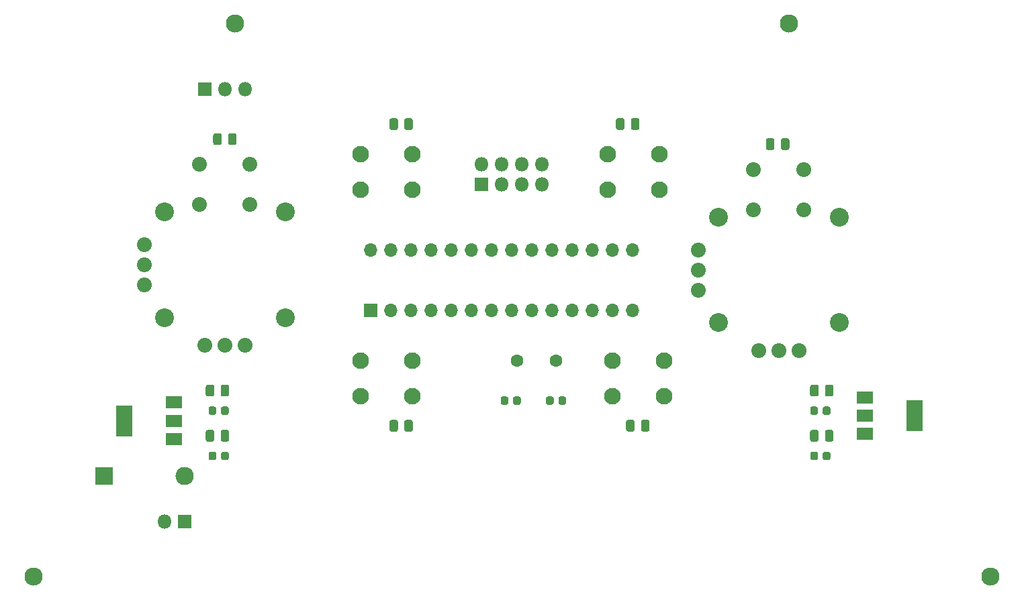
<source format=gbr>
%TF.GenerationSoftware,KiCad,Pcbnew,(5.1.6)-1*%
%TF.CreationDate,2021-01-04T11:57:39+05:30*%
%TF.ProjectId,JoyStick2,4a6f7953-7469-4636-9b32-2e6b69636164,rev?*%
%TF.SameCoordinates,Original*%
%TF.FileFunction,Soldermask,Top*%
%TF.FilePolarity,Negative*%
%FSLAX46Y46*%
G04 Gerber Fmt 4.6, Leading zero omitted, Abs format (unit mm)*
G04 Created by KiCad (PCBNEW (5.1.6)-1) date 2021-01-04 11:57:39*
%MOMM*%
%LPD*%
G01*
G04 APERTURE LIST*
%ADD10R,1.800000X1.800000*%
%ADD11O,1.800000X1.800000*%
%ADD12R,1.700000X1.700000*%
%ADD13O,1.700000X1.700000*%
%ADD14C,1.600000*%
%ADD15C,1.878000*%
%ADD16C,2.386000*%
%ADD17R,2.300000X2.300000*%
%ADD18O,2.300000X2.300000*%
%ADD19R,2.100000X1.600000*%
%ADD20R,2.100000X3.900000*%
%ADD21C,2.100000*%
%ADD22C,2.300000*%
G04 APERTURE END LIST*
D10*
%TO.C,J3*%
X129540000Y-67945000D03*
D11*
X129540000Y-65405000D03*
X132080000Y-67945000D03*
X132080000Y-65405000D03*
X134620000Y-67945000D03*
X134620000Y-65405000D03*
X137160000Y-67945000D03*
X137160000Y-65405000D03*
%TD*%
D12*
%TO.C,U1*%
X115570000Y-83820000D03*
D13*
X148590000Y-76200000D03*
X118110000Y-83820000D03*
X146050000Y-76200000D03*
X120650000Y-83820000D03*
X143510000Y-76200000D03*
X123190000Y-83820000D03*
X140970000Y-76200000D03*
X125730000Y-83820000D03*
X138430000Y-76200000D03*
X128270000Y-83820000D03*
X135890000Y-76200000D03*
X130810000Y-83820000D03*
X133350000Y-76200000D03*
X133350000Y-83820000D03*
X130810000Y-76200000D03*
X135890000Y-83820000D03*
X128270000Y-76200000D03*
X138430000Y-83820000D03*
X125730000Y-76200000D03*
X140970000Y-83820000D03*
X123190000Y-76200000D03*
X143510000Y-83820000D03*
X120650000Y-76200000D03*
X146050000Y-83820000D03*
X118110000Y-76200000D03*
X148590000Y-83820000D03*
X115570000Y-76200000D03*
%TD*%
%TO.C,C4*%
G36*
G01*
X132897500Y-94968750D02*
X132897500Y-95531250D01*
G75*
G02*
X132653750Y-95775000I-243750J0D01*
G01*
X132166250Y-95775000D01*
G75*
G02*
X131922500Y-95531250I0J243750D01*
G01*
X131922500Y-94968750D01*
G75*
G02*
X132166250Y-94725000I243750J0D01*
G01*
X132653750Y-94725000D01*
G75*
G02*
X132897500Y-94968750I0J-243750D01*
G01*
G37*
G36*
G01*
X134472500Y-94968750D02*
X134472500Y-95531250D01*
G75*
G02*
X134228750Y-95775000I-243750J0D01*
G01*
X133741250Y-95775000D01*
G75*
G02*
X133497500Y-95531250I0J243750D01*
G01*
X133497500Y-94968750D01*
G75*
G02*
X133741250Y-94725000I243750J0D01*
G01*
X134228750Y-94725000D01*
G75*
G02*
X134472500Y-94968750I0J-243750D01*
G01*
G37*
%TD*%
%TO.C,C5*%
G36*
G01*
X140187500Y-94968750D02*
X140187500Y-95531250D01*
G75*
G02*
X139943750Y-95775000I-243750J0D01*
G01*
X139456250Y-95775000D01*
G75*
G02*
X139212500Y-95531250I0J243750D01*
G01*
X139212500Y-94968750D01*
G75*
G02*
X139456250Y-94725000I243750J0D01*
G01*
X139943750Y-94725000D01*
G75*
G02*
X140187500Y-94968750I0J-243750D01*
G01*
G37*
G36*
G01*
X138612500Y-94968750D02*
X138612500Y-95531250D01*
G75*
G02*
X138368750Y-95775000I-243750J0D01*
G01*
X137881250Y-95775000D01*
G75*
G02*
X137637500Y-95531250I0J243750D01*
G01*
X137637500Y-94968750D01*
G75*
G02*
X137881250Y-94725000I243750J0D01*
G01*
X138368750Y-94725000D01*
G75*
G02*
X138612500Y-94968750I0J-243750D01*
G01*
G37*
%TD*%
D14*
%TO.C,Y1*%
X133985000Y-90170000D03*
X138865000Y-90170000D03*
%TD*%
D15*
%TO.C,U2*%
X86995000Y-80645000D03*
X86995000Y-78105000D03*
X86995000Y-75565000D03*
D16*
X104775000Y-71437500D03*
X104775000Y-84772500D03*
X89535000Y-84772500D03*
X89535000Y-71437500D03*
D15*
X99695000Y-88265000D03*
X97155000Y-88265000D03*
X94615000Y-88265000D03*
X100330000Y-70485000D03*
X93980000Y-70485000D03*
X100330000Y-65405000D03*
X93980000Y-65405000D03*
%TD*%
%TO.C,U3*%
X163830000Y-66040000D03*
X170180000Y-66040000D03*
X163830000Y-71120000D03*
X170180000Y-71120000D03*
X164465000Y-88900000D03*
X167005000Y-88900000D03*
X169545000Y-88900000D03*
D16*
X159385000Y-72072500D03*
X159385000Y-85407500D03*
X174625000Y-85407500D03*
X174625000Y-72072500D03*
D15*
X156845000Y-76200000D03*
X156845000Y-78740000D03*
X156845000Y-81280000D03*
%TD*%
%TO.C,C6*%
G36*
G01*
X94742500Y-94461250D02*
X94742500Y-93498750D01*
G75*
G02*
X95011250Y-93230000I268750J0D01*
G01*
X95548750Y-93230000D01*
G75*
G02*
X95817500Y-93498750I0J-268750D01*
G01*
X95817500Y-94461250D01*
G75*
G02*
X95548750Y-94730000I-268750J0D01*
G01*
X95011250Y-94730000D01*
G75*
G02*
X94742500Y-94461250I0J268750D01*
G01*
G37*
G36*
G01*
X96617500Y-94461250D02*
X96617500Y-93498750D01*
G75*
G02*
X96886250Y-93230000I268750J0D01*
G01*
X97423750Y-93230000D01*
G75*
G02*
X97692500Y-93498750I0J-268750D01*
G01*
X97692500Y-94461250D01*
G75*
G02*
X97423750Y-94730000I-268750J0D01*
G01*
X96886250Y-94730000D01*
G75*
G02*
X96617500Y-94461250I0J268750D01*
G01*
G37*
%TD*%
%TO.C,C7*%
G36*
G01*
X172017500Y-93498750D02*
X172017500Y-94461250D01*
G75*
G02*
X171748750Y-94730000I-268750J0D01*
G01*
X171211250Y-94730000D01*
G75*
G02*
X170942500Y-94461250I0J268750D01*
G01*
X170942500Y-93498750D01*
G75*
G02*
X171211250Y-93230000I268750J0D01*
G01*
X171748750Y-93230000D01*
G75*
G02*
X172017500Y-93498750I0J-268750D01*
G01*
G37*
G36*
G01*
X173892500Y-93498750D02*
X173892500Y-94461250D01*
G75*
G02*
X173623750Y-94730000I-268750J0D01*
G01*
X173086250Y-94730000D01*
G75*
G02*
X172817500Y-94461250I0J268750D01*
G01*
X172817500Y-93498750D01*
G75*
G02*
X173086250Y-93230000I268750J0D01*
G01*
X173623750Y-93230000D01*
G75*
G02*
X173892500Y-93498750I0J-268750D01*
G01*
G37*
%TD*%
%TO.C,C8*%
G36*
G01*
X96667500Y-96801250D02*
X96667500Y-96238750D01*
G75*
G02*
X96911250Y-95995000I243750J0D01*
G01*
X97398750Y-95995000D01*
G75*
G02*
X97642500Y-96238750I0J-243750D01*
G01*
X97642500Y-96801250D01*
G75*
G02*
X97398750Y-97045000I-243750J0D01*
G01*
X96911250Y-97045000D01*
G75*
G02*
X96667500Y-96801250I0J243750D01*
G01*
G37*
G36*
G01*
X95092500Y-96801250D02*
X95092500Y-96238750D01*
G75*
G02*
X95336250Y-95995000I243750J0D01*
G01*
X95823750Y-95995000D01*
G75*
G02*
X96067500Y-96238750I0J-243750D01*
G01*
X96067500Y-96801250D01*
G75*
G02*
X95823750Y-97045000I-243750J0D01*
G01*
X95336250Y-97045000D01*
G75*
G02*
X95092500Y-96801250I0J243750D01*
G01*
G37*
%TD*%
%TO.C,C9*%
G36*
G01*
X171937500Y-96238750D02*
X171937500Y-96801250D01*
G75*
G02*
X171693750Y-97045000I-243750J0D01*
G01*
X171206250Y-97045000D01*
G75*
G02*
X170962500Y-96801250I0J243750D01*
G01*
X170962500Y-96238750D01*
G75*
G02*
X171206250Y-95995000I243750J0D01*
G01*
X171693750Y-95995000D01*
G75*
G02*
X171937500Y-96238750I0J-243750D01*
G01*
G37*
G36*
G01*
X173512500Y-96238750D02*
X173512500Y-96801250D01*
G75*
G02*
X173268750Y-97045000I-243750J0D01*
G01*
X172781250Y-97045000D01*
G75*
G02*
X172537500Y-96801250I0J243750D01*
G01*
X172537500Y-96238750D01*
G75*
G02*
X172781250Y-95995000I243750J0D01*
G01*
X173268750Y-95995000D01*
G75*
G02*
X173512500Y-96238750I0J-243750D01*
G01*
G37*
%TD*%
%TO.C,C10*%
G36*
G01*
X96617500Y-100176250D02*
X96617500Y-99213750D01*
G75*
G02*
X96886250Y-98945000I268750J0D01*
G01*
X97423750Y-98945000D01*
G75*
G02*
X97692500Y-99213750I0J-268750D01*
G01*
X97692500Y-100176250D01*
G75*
G02*
X97423750Y-100445000I-268750J0D01*
G01*
X96886250Y-100445000D01*
G75*
G02*
X96617500Y-100176250I0J268750D01*
G01*
G37*
G36*
G01*
X94742500Y-100176250D02*
X94742500Y-99213750D01*
G75*
G02*
X95011250Y-98945000I268750J0D01*
G01*
X95548750Y-98945000D01*
G75*
G02*
X95817500Y-99213750I0J-268750D01*
G01*
X95817500Y-100176250D01*
G75*
G02*
X95548750Y-100445000I-268750J0D01*
G01*
X95011250Y-100445000D01*
G75*
G02*
X94742500Y-100176250I0J268750D01*
G01*
G37*
%TD*%
%TO.C,C11*%
G36*
G01*
X173892500Y-99213750D02*
X173892500Y-100176250D01*
G75*
G02*
X173623750Y-100445000I-268750J0D01*
G01*
X173086250Y-100445000D01*
G75*
G02*
X172817500Y-100176250I0J268750D01*
G01*
X172817500Y-99213750D01*
G75*
G02*
X173086250Y-98945000I268750J0D01*
G01*
X173623750Y-98945000D01*
G75*
G02*
X173892500Y-99213750I0J-268750D01*
G01*
G37*
G36*
G01*
X172017500Y-99213750D02*
X172017500Y-100176250D01*
G75*
G02*
X171748750Y-100445000I-268750J0D01*
G01*
X171211250Y-100445000D01*
G75*
G02*
X170942500Y-100176250I0J268750D01*
G01*
X170942500Y-99213750D01*
G75*
G02*
X171211250Y-98945000I268750J0D01*
G01*
X171748750Y-98945000D01*
G75*
G02*
X172017500Y-99213750I0J-268750D01*
G01*
G37*
%TD*%
%TO.C,C12*%
G36*
G01*
X95092500Y-102516250D02*
X95092500Y-101953750D01*
G75*
G02*
X95336250Y-101710000I243750J0D01*
G01*
X95823750Y-101710000D01*
G75*
G02*
X96067500Y-101953750I0J-243750D01*
G01*
X96067500Y-102516250D01*
G75*
G02*
X95823750Y-102760000I-243750J0D01*
G01*
X95336250Y-102760000D01*
G75*
G02*
X95092500Y-102516250I0J243750D01*
G01*
G37*
G36*
G01*
X96667500Y-102516250D02*
X96667500Y-101953750D01*
G75*
G02*
X96911250Y-101710000I243750J0D01*
G01*
X97398750Y-101710000D01*
G75*
G02*
X97642500Y-101953750I0J-243750D01*
G01*
X97642500Y-102516250D01*
G75*
G02*
X97398750Y-102760000I-243750J0D01*
G01*
X96911250Y-102760000D01*
G75*
G02*
X96667500Y-102516250I0J243750D01*
G01*
G37*
%TD*%
%TO.C,C13*%
G36*
G01*
X173512500Y-101953750D02*
X173512500Y-102516250D01*
G75*
G02*
X173268750Y-102760000I-243750J0D01*
G01*
X172781250Y-102760000D01*
G75*
G02*
X172537500Y-102516250I0J243750D01*
G01*
X172537500Y-101953750D01*
G75*
G02*
X172781250Y-101710000I243750J0D01*
G01*
X173268750Y-101710000D01*
G75*
G02*
X173512500Y-101953750I0J-243750D01*
G01*
G37*
G36*
G01*
X171937500Y-101953750D02*
X171937500Y-102516250D01*
G75*
G02*
X171693750Y-102760000I-243750J0D01*
G01*
X171206250Y-102760000D01*
G75*
G02*
X170962500Y-102516250I0J243750D01*
G01*
X170962500Y-101953750D01*
G75*
G02*
X171206250Y-101710000I243750J0D01*
G01*
X171693750Y-101710000D01*
G75*
G02*
X171937500Y-101953750I0J-243750D01*
G01*
G37*
%TD*%
D17*
%TO.C,D1*%
X81915000Y-104775000D03*
D18*
X92075000Y-104775000D03*
%TD*%
D10*
%TO.C,J1*%
X92075000Y-110490000D03*
D11*
X89535000Y-110490000D03*
%TD*%
D19*
%TO.C,U4*%
X90755000Y-100090000D03*
X90755000Y-95490000D03*
X90755000Y-97790000D03*
D20*
X84455000Y-97790000D03*
%TD*%
%TO.C,U5*%
X184150000Y-97155000D03*
D19*
X177850000Y-97155000D03*
X177850000Y-99455000D03*
X177850000Y-94855000D03*
%TD*%
%TO.C,R2*%
G36*
G01*
X165377500Y-63346250D02*
X165377500Y-62383750D01*
G75*
G02*
X165646250Y-62115000I268750J0D01*
G01*
X166183750Y-62115000D01*
G75*
G02*
X166452500Y-62383750I0J-268750D01*
G01*
X166452500Y-63346250D01*
G75*
G02*
X166183750Y-63615000I-268750J0D01*
G01*
X165646250Y-63615000D01*
G75*
G02*
X165377500Y-63346250I0J268750D01*
G01*
G37*
G36*
G01*
X167252500Y-63346250D02*
X167252500Y-62383750D01*
G75*
G02*
X167521250Y-62115000I268750J0D01*
G01*
X168058750Y-62115000D01*
G75*
G02*
X168327500Y-62383750I0J-268750D01*
G01*
X168327500Y-63346250D01*
G75*
G02*
X168058750Y-63615000I-268750J0D01*
G01*
X167521250Y-63615000D01*
G75*
G02*
X167252500Y-63346250I0J268750D01*
G01*
G37*
%TD*%
%TO.C,R3*%
G36*
G01*
X97555000Y-62711250D02*
X97555000Y-61748750D01*
G75*
G02*
X97823750Y-61480000I268750J0D01*
G01*
X98361250Y-61480000D01*
G75*
G02*
X98630000Y-61748750I0J-268750D01*
G01*
X98630000Y-62711250D01*
G75*
G02*
X98361250Y-62980000I-268750J0D01*
G01*
X97823750Y-62980000D01*
G75*
G02*
X97555000Y-62711250I0J268750D01*
G01*
G37*
G36*
G01*
X95680000Y-62711250D02*
X95680000Y-61748750D01*
G75*
G02*
X95948750Y-61480000I268750J0D01*
G01*
X96486250Y-61480000D01*
G75*
G02*
X96755000Y-61748750I0J-268750D01*
G01*
X96755000Y-62711250D01*
G75*
G02*
X96486250Y-62980000I-268750J0D01*
G01*
X95948750Y-62980000D01*
G75*
G02*
X95680000Y-62711250I0J268750D01*
G01*
G37*
%TD*%
%TO.C,R4*%
G36*
G01*
X119780000Y-60806250D02*
X119780000Y-59843750D01*
G75*
G02*
X120048750Y-59575000I268750J0D01*
G01*
X120586250Y-59575000D01*
G75*
G02*
X120855000Y-59843750I0J-268750D01*
G01*
X120855000Y-60806250D01*
G75*
G02*
X120586250Y-61075000I-268750J0D01*
G01*
X120048750Y-61075000D01*
G75*
G02*
X119780000Y-60806250I0J268750D01*
G01*
G37*
G36*
G01*
X117905000Y-60806250D02*
X117905000Y-59843750D01*
G75*
G02*
X118173750Y-59575000I268750J0D01*
G01*
X118711250Y-59575000D01*
G75*
G02*
X118980000Y-59843750I0J-268750D01*
G01*
X118980000Y-60806250D01*
G75*
G02*
X118711250Y-61075000I-268750J0D01*
G01*
X118173750Y-61075000D01*
G75*
G02*
X117905000Y-60806250I0J268750D01*
G01*
G37*
%TD*%
%TO.C,R5*%
G36*
G01*
X146480000Y-60806250D02*
X146480000Y-59843750D01*
G75*
G02*
X146748750Y-59575000I268750J0D01*
G01*
X147286250Y-59575000D01*
G75*
G02*
X147555000Y-59843750I0J-268750D01*
G01*
X147555000Y-60806250D01*
G75*
G02*
X147286250Y-61075000I-268750J0D01*
G01*
X146748750Y-61075000D01*
G75*
G02*
X146480000Y-60806250I0J268750D01*
G01*
G37*
G36*
G01*
X148355000Y-60806250D02*
X148355000Y-59843750D01*
G75*
G02*
X148623750Y-59575000I268750J0D01*
G01*
X149161250Y-59575000D01*
G75*
G02*
X149430000Y-59843750I0J-268750D01*
G01*
X149430000Y-60806250D01*
G75*
G02*
X149161250Y-61075000I-268750J0D01*
G01*
X148623750Y-61075000D01*
G75*
G02*
X148355000Y-60806250I0J268750D01*
G01*
G37*
%TD*%
%TO.C,R6*%
G36*
G01*
X117905000Y-98906250D02*
X117905000Y-97943750D01*
G75*
G02*
X118173750Y-97675000I268750J0D01*
G01*
X118711250Y-97675000D01*
G75*
G02*
X118980000Y-97943750I0J-268750D01*
G01*
X118980000Y-98906250D01*
G75*
G02*
X118711250Y-99175000I-268750J0D01*
G01*
X118173750Y-99175000D01*
G75*
G02*
X117905000Y-98906250I0J268750D01*
G01*
G37*
G36*
G01*
X119780000Y-98906250D02*
X119780000Y-97943750D01*
G75*
G02*
X120048750Y-97675000I268750J0D01*
G01*
X120586250Y-97675000D01*
G75*
G02*
X120855000Y-97943750I0J-268750D01*
G01*
X120855000Y-98906250D01*
G75*
G02*
X120586250Y-99175000I-268750J0D01*
G01*
X120048750Y-99175000D01*
G75*
G02*
X119780000Y-98906250I0J268750D01*
G01*
G37*
%TD*%
%TO.C,R7*%
G36*
G01*
X149625000Y-98906250D02*
X149625000Y-97943750D01*
G75*
G02*
X149893750Y-97675000I268750J0D01*
G01*
X150431250Y-97675000D01*
G75*
G02*
X150700000Y-97943750I0J-268750D01*
G01*
X150700000Y-98906250D01*
G75*
G02*
X150431250Y-99175000I-268750J0D01*
G01*
X149893750Y-99175000D01*
G75*
G02*
X149625000Y-98906250I0J268750D01*
G01*
G37*
G36*
G01*
X147750000Y-98906250D02*
X147750000Y-97943750D01*
G75*
G02*
X148018750Y-97675000I268750J0D01*
G01*
X148556250Y-97675000D01*
G75*
G02*
X148825000Y-97943750I0J-268750D01*
G01*
X148825000Y-98906250D01*
G75*
G02*
X148556250Y-99175000I-268750J0D01*
G01*
X148018750Y-99175000D01*
G75*
G02*
X147750000Y-98906250I0J268750D01*
G01*
G37*
%TD*%
D21*
%TO.C,SW1*%
X114300000Y-68635000D03*
X114300000Y-64135000D03*
X120800000Y-68635000D03*
X120800000Y-64135000D03*
%TD*%
%TO.C,SW2*%
X120800000Y-90170000D03*
X120800000Y-94670000D03*
X114300000Y-90170000D03*
X114300000Y-94670000D03*
%TD*%
%TO.C,SW3*%
X145415000Y-68635000D03*
X145415000Y-64135000D03*
X151915000Y-68635000D03*
X151915000Y-64135000D03*
%TD*%
%TO.C,SW4*%
X152550000Y-90170000D03*
X152550000Y-94670000D03*
X146050000Y-90170000D03*
X146050000Y-94670000D03*
%TD*%
D10*
%TO.C,J2*%
X94615000Y-55880000D03*
D11*
X97155000Y-55880000D03*
X99695000Y-55880000D03*
%TD*%
D22*
%TO.C,H1*%
X98425000Y-47625000D03*
%TD*%
%TO.C,H2*%
X73025000Y-117475000D03*
%TD*%
%TO.C,H3*%
X168275000Y-47625000D03*
%TD*%
%TO.C,H4*%
X193675000Y-117475000D03*
%TD*%
M02*

</source>
